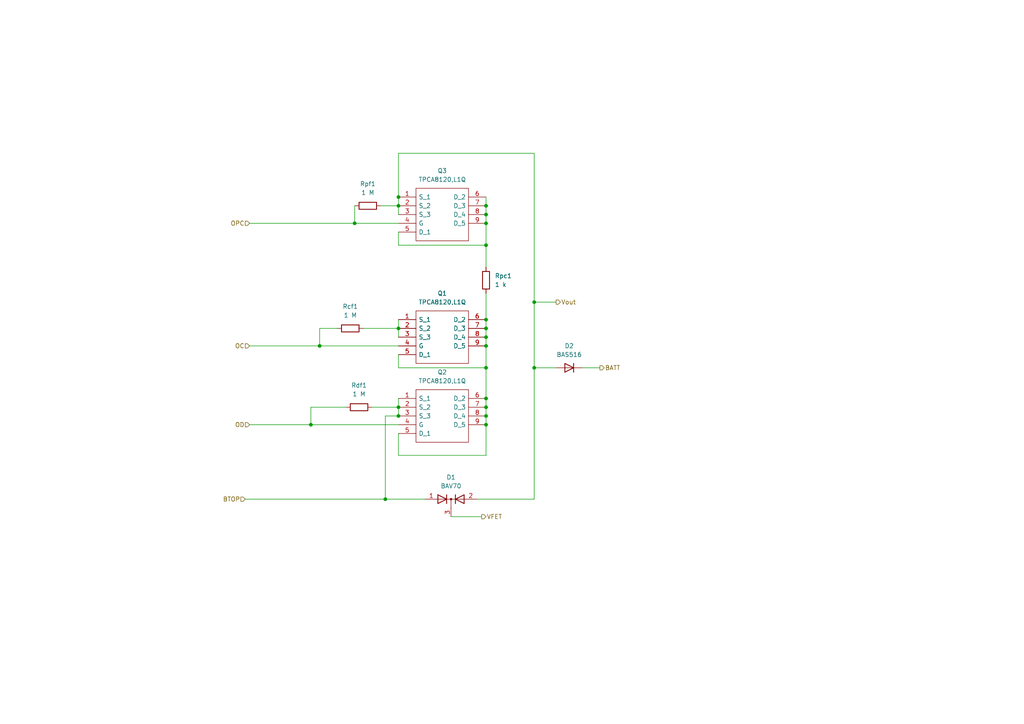
<source format=kicad_sch>
(kicad_sch (version 20231120) (generator "eeschema") (generator_version "8.0")
  (paper "A4")
  (lib_symbols
    (symbol "Device:R" (pin_numbers hide) (pin_names (offset 0))
      (property "Reference" "R" (at 2.032 0 90))
      (property "Value" "R" (at 0 0 90))
      (symbol "R_0_1"
        (rectangle (start -1.016 -2.54) (end 1.016 2.54) (stroke (width 0.254)))
      )
      (symbol "R_1_1"
        (pin passive line (at 0 3.81 270) (length 1.27) (name "~") (number "1"))
        (pin passive line (at 0 -3.81 90) (length 1.27) (name "~") (number "2"))
      )
    )
    (symbol "Diode:BAS516" (pin_numbers hide) (pin_names hide)
      (property "Reference" "D" (at 0 2.54 0))
      (property "Value" "BAS516" (at 0 -2.54 0))
      (symbol "BAS516_0_1"
        (polyline (pts (xy -1.27 1.27) (xy -1.27 -1.27)) (stroke (width 0.254)))
        (polyline (pts (xy 1.27 0) (xy -1.27 0)))
        (polyline (pts (xy 1.27 1.27) (xy 1.27 -1.27) (xy -1.27 0) (xy 1.27 1.27)) (stroke (width 0.254)))
      )
      (symbol "BAS516_1_1"
        (pin passive line (at -3.81 0 0) (length 2.54) (name "K") (number "1"))
        (pin passive line (at 3.81 0 180) (length 2.54) (name "A") (number "2"))
      )
    )
    (symbol "Diode:BAV70" (pin_names hide)
      (property "Reference" "D" (at 0.635 -2.54 0))
      (property "Value" "BAV70" (at 0 2.54 0))
      (symbol "BAV70_0_1"
        (polyline (pts (xy -3.81 0) (xy 3.81 0)))
        (polyline (pts (xy 0 0) (xy 0 -2.54)))
        (polyline (pts (xy -1.27 -1.27) (xy -1.27 1.27) (xy -1.27 1.27)) (stroke (width 0.254)))
        (polyline (pts (xy 1.27 -1.27) (xy 1.27 1.27) (xy 1.27 1.27)) (stroke (width 0.254)))
        (polyline (pts (xy -3.81 1.27) (xy -1.27 0) (xy -3.81 -1.27) (xy -3.81 1.27) (xy -3.81 1.27) (xy -3.81 1.27)) (stroke (width 0.254)))
        (polyline (pts (xy 3.81 -1.27) (xy 1.27 0) (xy 3.81 1.27) (xy 3.81 -1.27) (xy 3.81 -1.27) (xy 3.81 -1.27)) (stroke (width 0.254)))
        (circle (center 0 0) (radius 0.254) (fill (type outline)))
        (pin passive line (at -7.62 0 0) (length 3.81) (name "A") (number "1"))
        (pin passive line (at 7.62 0 180) (length 3.81) (name "A") (number "2"))
        (pin passive line (at 0 -5.08 90) (length 2.54) (name "K") (number "3"))
      )
    )
    (symbol "Local:TPCA8120,L1Q" (pin_names (offset 0.762))
      (property "Reference" "Q" (at 21.59 7.62 0))
      (property "Value" "TPCA8120,L1Q" (at 21.59 5.08 0))
      (symbol "TPCA8120,L1Q_0_0"
        (pin passive line (at 0 0 0) (length 5.08) (name "S_1") (number "1"))
        (pin passive line (at 0 -2.54 0) (length 5.08) (name "S_2") (number "2"))
        (pin passive line (at 0 -5.08 0) (length 5.08) (name "S_3") (number "3"))
        (pin passive line (at 0 -7.62 0) (length 5.08) (name "G") (number "4"))
        (pin passive line (at 0 -10.16 0) (length 5.08) (name "D_1") (number "5"))
        (pin passive line (at 25.4 0 180) (length 5.08) (name "D_2") (number "6"))
        (pin passive line (at 25.4 -2.54 180) (length 5.08) (name "D_3") (number "7"))
        (pin passive line (at 25.4 -5.08 180) (length 5.08) (name "D_4") (number "8"))
        (pin passive line (at 25.4 -7.62 180) (length 5.08) (name "D_5") (number "9"))
      )
      (symbol "TPCA8120,L1Q_0_1"
        (polyline (pts (xy 5.08 2.54) (xy 20.32 2.54) (xy 20.32 -12.7) (xy 5.08 -12.7) (xy 5.08 2.54)) (stroke (width 0.1524)))
      )
    )
  )
  (junction (at 140.97 115.57))
  (junction (at 154.94 87.63))
  (junction (at 140.97 123.19))
  (junction (at 92.71 100.33))
  (junction (at 111.76 144.78))
  (junction (at 154.94 106.68))
  (junction (at 140.97 118.11))
  (junction (at 140.97 71.12))
  (junction (at 140.97 97.79))
  (junction (at 115.57 59.69))
  (junction (at 102.87 64.77))
  (junction (at 140.97 106.68))
  (junction (at 140.97 100.33))
  (junction (at 140.97 92.71))
  (junction (at 140.97 62.23))
  (junction (at 140.97 95.25))
  (junction (at 115.57 95.25))
  (junction (at 140.97 59.69))
  (junction (at 90.17 123.19))
  (junction (at 115.57 120.65))
  (junction (at 115.57 118.11))
  (junction (at 140.97 120.65))
  (junction (at 140.97 64.77))
  (junction (at 115.57 57.15))
  (wire (pts (xy 115.57 59.69) (xy 115.57 62.23)))
  (wire (pts (xy 115.57 125.73) (xy 115.57 132.08)))
  (wire (pts (xy 154.94 106.68) (xy 154.94 87.63)))
  (wire (pts (xy 92.71 95.25) (xy 92.71 100.33)))
  (wire (pts (xy 138.43 144.78) (xy 154.94 144.78)))
  (wire (pts (xy 102.87 64.77) (xy 115.57 64.77)))
  (wire (pts (xy 102.87 59.69) (xy 102.87 64.77)))
  (wire (pts (xy 97.79 95.25) (xy 92.71 95.25)))
  (wire (pts (xy 140.97 85.09) (xy 140.97 92.71)))
  (wire (pts (xy 72.39 64.77) (xy 102.87 64.77)))
  (wire (pts (xy 72.39 100.33) (xy 92.71 100.33)))
  (wire (pts (xy 115.57 92.71) (xy 115.57 95.25)))
  (wire (pts (xy 90.17 123.19) (xy 115.57 123.19)))
  (wire (pts (xy 154.94 44.45) (xy 154.94 87.63)))
  (wire (pts (xy 140.97 92.71) (xy 140.97 95.25)))
  (wire (pts (xy 92.71 100.33) (xy 115.57 100.33)))
  (wire (pts (xy 140.97 59.69) (xy 140.97 57.15)))
  (wire (pts (xy 111.76 144.78) (xy 123.19 144.78)))
  (wire (pts (xy 154.94 144.78) (xy 154.94 106.68)))
  (wire (pts (xy 140.97 120.65) (xy 140.97 118.11)))
  (wire (pts (xy 140.97 62.23) (xy 140.97 59.69)))
  (wire (pts (xy 110.49 59.69) (xy 115.57 59.69)))
  (wire (pts (xy 100.33 118.11) (xy 90.17 118.11)))
  (wire (pts (xy 140.97 123.19) (xy 140.97 120.65)))
  (wire (pts (xy 140.97 106.68) (xy 140.97 100.33)))
  (wire (pts (xy 140.97 106.68) (xy 140.97 115.57)))
  (wire (pts (xy 115.57 57.15) (xy 115.57 59.69)))
  (wire (pts (xy 115.57 132.08) (xy 140.97 132.08)))
  (wire (pts (xy 168.91 106.68) (xy 173.99 106.68)))
  (wire (pts (xy 115.57 120.65) (xy 111.76 120.65)))
  (wire (pts (xy 140.97 71.12) (xy 140.97 77.47)))
  (wire (pts (xy 115.57 44.45) (xy 154.94 44.45)))
  (wire (pts (xy 115.57 118.11) (xy 115.57 115.57)))
  (wire (pts (xy 140.97 64.77) (xy 140.97 62.23)))
  (wire (pts (xy 154.94 87.63) (xy 161.29 87.63)))
  (wire (pts (xy 115.57 120.65) (xy 115.57 118.11)))
  (wire (pts (xy 105.41 95.25) (xy 115.57 95.25)))
  (wire (pts (xy 71.12 144.78) (xy 111.76 144.78)))
  (wire (pts (xy 140.97 95.25) (xy 140.97 97.79)))
  (wire (pts (xy 140.97 123.19) (xy 140.97 132.08)))
  (wire (pts (xy 115.57 95.25) (xy 115.57 97.79)))
  (wire (pts (xy 140.97 97.79) (xy 140.97 100.33)))
  (wire (pts (xy 115.57 102.87) (xy 115.57 106.68)))
  (wire (pts (xy 115.57 67.31) (xy 115.57 71.12)))
  (wire (pts (xy 154.94 106.68) (xy 161.29 106.68)))
  (wire (pts (xy 107.95 118.11) (xy 115.57 118.11)))
  (wire (pts (xy 130.81 149.86) (xy 139.7 149.86)))
  (wire (pts (xy 72.39 123.19) (xy 90.17 123.19)))
  (wire (pts (xy 115.57 106.68) (xy 140.97 106.68)))
  (wire (pts (xy 115.57 57.15) (xy 115.57 44.45)))
  (wire (pts (xy 140.97 118.11) (xy 140.97 115.57)))
  (wire (pts (xy 90.17 118.11) (xy 90.17 123.19)))
  (wire (pts (xy 140.97 71.12) (xy 140.97 64.77)))
  (wire (pts (xy 115.57 71.12) (xy 140.97 71.12)))
  (wire (pts (xy 111.76 120.65) (xy 111.76 144.78)))
  (hierarchical_label "VFET" (shape output) (at 139.7 149.86 0))
  (hierarchical_label "OC" (shape input) (at 72.39 100.33 180))
  (hierarchical_label "OD" (shape input) (at 72.39 123.19 180))
  (hierarchical_label "BATT" (shape output) (at 173.99 106.68 0))
  (hierarchical_label "OPC" (shape input) (at 72.39 64.77 180))
  (hierarchical_label "Vout" (shape output) (at 161.29 87.63 0))
  (hierarchical_label "BTOP" (shape input) (at 71.12 144.78 180))
  (symbol (lib_id "Device:R") (at 106.68 59.69 90) (unit 1)
    (property "Reference" "Rpf1" (at 106.68 53.34 90))
    (property "Value" "1 M" (at 106.68 55.88 90))
  )
  (symbol (lib_id "Local:TPCA8120,L1Q") (at 115.57 57.15 0) (unit 1)
    (property "Reference" "Q3" (at 128.27 49.53 0))
    (property "Value" "TPCA8120,L1Q" (at 128.27 52.07 0))
    (property "Footprint" "TPH4R003NLL1Q" (effects (hide yes)))
    (property "Description" "MOSFETs Silicon P-Channel MOS (U-MOS)" (effects (hide yes)))
    (property "Height" "1" (effects (hide yes)))
    (property "Mouser Part Number" "757-TPCA8120L1Q" (effects (hide yes)))
    (property "Mouser Price/Stock" "https://www.mouser.co.uk/ProductDetail/Toshiba/TPCA8120L1Q?qs=B6kkDfuK7%2FD2wO%2FgucdpPg%3D%3D" (effects (hide yes)))
    (property "Manufacturer_Name" "Toshiba" (effects (hide yes)))
    (property "Manufacturer_Part_Number" "TPCA8120,L1Q" (effects (hide yes)))
  )
  (symbol (lib_id "Local:TPCA8120,L1Q") (at 115.57 115.57 0) (unit 1)
    (property "Reference" "Q2" (at 128.27 107.95 0))
    (property "Value" "TPCA8120,L1Q" (at 128.27 110.49 0))
    (property "Footprint" "TPH4R003NLL1Q" (effects (hide yes)))
    (property "Description" "MOSFETs Silicon P-Channel MOS (U-MOS)" (effects (hide yes)))
    (property "Height" "1" (effects (hide yes)))
    (property "Mouser Part Number" "757-TPCA8120L1Q" (effects (hide yes)))
    (property "Mouser Price/Stock" "https://www.mouser.co.uk/ProductDetail/Toshiba/TPCA8120L1Q?qs=B6kkDfuK7%2FD2wO%2FgucdpPg%3D%3D" (effects (hide yes)))
    (property "Manufacturer_Name" "Toshiba" (effects (hide yes)))
    (property "Manufacturer_Part_Number" "TPCA8120,L1Q" (effects (hide yes)))
  )
  (symbol (lib_id "Local:TPCA8120,L1Q") (at 115.57 92.71 0) (unit 1)
    (property "Reference" "Q1" (at 128.27 85.09 0))
    (property "Value" "TPCA8120,L1Q" (at 128.27 87.63 0))
    (property "Footprint" "TPH4R003NLL1Q" (effects (hide yes)))
    (property "Description" "MOSFETs Silicon P-Channel MOS (U-MOS)" (effects (hide yes)))
    (property "Height" "1" (effects (hide yes)))
    (property "Mouser Part Number" "757-TPCA8120L1Q" (effects (hide yes)))
    (property "Mouser Price/Stock" "https://www.mouser.co.uk/ProductDetail/Toshiba/TPCA8120L1Q?qs=B6kkDfuK7%2FD2wO%2FgucdpPg%3D%3D" (effects (hide yes)))
    (property "Manufacturer_Name" "Toshiba" (effects (hide yes)))
    (property "Manufacturer_Part_Number" "TPCA8120,L1Q" (effects (hide yes)))
  )
  (symbol (lib_id "Device:R") (at 104.14 118.11 90) (unit 1)
    (property "Reference" "Rdf1" (at 104.14 111.76 90))
    (property "Value" "1 M" (at 104.14 114.3 90))
    (property "Description" "RCV12061M00FKEAAT" (effects (hide yes)))
  )
  (symbol (lib_id "Device:R") (at 101.6 95.25 90) (unit 1)
    (property "Reference" "Rcf1" (at 101.6 88.9 90))
    (property "Value" "1 M" (at 101.6 91.44 90))
  )
  (symbol (lib_id "Device:R") (at 140.97 81.28 0) (unit 1)
    (property "Reference" "Rpc1" (at 143.51 80.0099 0) (effects (justify left)))
    (property "Value" "1 k" (at 143.51 82.5499 0) (effects (justify left)))
    (property "Footprint" "Resistor_SMD:R_2512_6332Metric" (effects (hide yes)))
    (property "Datasheet" "https://hu.mouser.com/datasheet/2/54/Bourns_1_11_2022_CRS_Q_datasheet-3084761.pdf" (effects (hide yes)))
    (property "Description" "CRS2512QJW-102ELF" (effects (hide yes)))
  )
  (symbol (lib_id "Diode:BAS516") (at 165.1 106.68 180) (unit 1)
    (property "Reference" "D2" (at 165.1 100.33 0))
    (property "Value" "BAS516" (at 165.1 102.87 0))
    (property "Footprint" "Diode_SMD:D_SOD-523" (effects (hide yes)))
    (property "Datasheet" "https://assets.nexperia.com/documents/data-sheet/BAS16_SER.pdf" (effects (hide yes)))
    (property "Description" "100V, 0.25A, High-speed Switching Diode, SOD-523" (effects (hide yes)))
    (property "Sim.Device" "D" (effects (hide yes)))
    (property "Sim.Pins" "1=K 2=A" (effects (hide yes)))
  )
  (symbol (lib_id "Diode:BAV70") (at 130.81 144.78 0) (unit 1)
    (property "Reference" "D1" (at 130.81 138.43 0))
    (property "Value" "BAV70" (at 130.81 140.97 0))
    (property "Footprint" "Package_TO_SOT_SMD:SOT-23" (effects (hide yes)))
    (property "Datasheet" "https://assets.nexperia.com/documents/data-sheet/BAV70_SER.pdf" (effects (hide yes)))
    (property "Description" "Dual 100V 215mA high-speed switching diodes, common cathode, SOT-23" (effects (hide yes)))
  )
)
</source>
